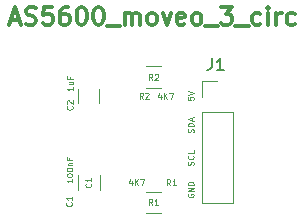
<source format=gbr>
G04 #@! TF.GenerationSoftware,KiCad,Pcbnew,5.0.1-33cea8e~68~ubuntu18.04.1*
G04 #@! TF.CreationDate,2018-11-27T18:27:31+01:00*
G04 #@! TF.ProjectId,AS5600_moveo_3_circ,4153353630305F6D6F76656F5F335F63,rev?*
G04 #@! TF.SameCoordinates,Original*
G04 #@! TF.FileFunction,Legend,Top*
G04 #@! TF.FilePolarity,Positive*
%FSLAX46Y46*%
G04 Gerber Fmt 4.6, Leading zero omitted, Abs format (unit mm)*
G04 Created by KiCad (PCBNEW 5.0.1-33cea8e~68~ubuntu18.04.1) date mar 27 nov 2018 18:27:31 CET*
%MOMM*%
%LPD*%
G01*
G04 APERTURE LIST*
%ADD10C,0.300000*%
%ADD11C,0.100000*%
%ADD12C,0.120000*%
%ADD13C,0.150000*%
G04 APERTURE END LIST*
D10*
X135779585Y-74341800D02*
X136493871Y-74341800D01*
X135636728Y-74770371D02*
X136136728Y-73270371D01*
X136636728Y-74770371D01*
X137065300Y-74698942D02*
X137279585Y-74770371D01*
X137636728Y-74770371D01*
X137779585Y-74698942D01*
X137851014Y-74627514D01*
X137922442Y-74484657D01*
X137922442Y-74341800D01*
X137851014Y-74198942D01*
X137779585Y-74127514D01*
X137636728Y-74056085D01*
X137351014Y-73984657D01*
X137208157Y-73913228D01*
X137136728Y-73841800D01*
X137065300Y-73698942D01*
X137065300Y-73556085D01*
X137136728Y-73413228D01*
X137208157Y-73341800D01*
X137351014Y-73270371D01*
X137708157Y-73270371D01*
X137922442Y-73341800D01*
X139279585Y-73270371D02*
X138565300Y-73270371D01*
X138493871Y-73984657D01*
X138565300Y-73913228D01*
X138708157Y-73841800D01*
X139065300Y-73841800D01*
X139208157Y-73913228D01*
X139279585Y-73984657D01*
X139351014Y-74127514D01*
X139351014Y-74484657D01*
X139279585Y-74627514D01*
X139208157Y-74698942D01*
X139065300Y-74770371D01*
X138708157Y-74770371D01*
X138565300Y-74698942D01*
X138493871Y-74627514D01*
X140636728Y-73270371D02*
X140351014Y-73270371D01*
X140208157Y-73341800D01*
X140136728Y-73413228D01*
X139993871Y-73627514D01*
X139922442Y-73913228D01*
X139922442Y-74484657D01*
X139993871Y-74627514D01*
X140065300Y-74698942D01*
X140208157Y-74770371D01*
X140493871Y-74770371D01*
X140636728Y-74698942D01*
X140708157Y-74627514D01*
X140779585Y-74484657D01*
X140779585Y-74127514D01*
X140708157Y-73984657D01*
X140636728Y-73913228D01*
X140493871Y-73841800D01*
X140208157Y-73841800D01*
X140065300Y-73913228D01*
X139993871Y-73984657D01*
X139922442Y-74127514D01*
X141708157Y-73270371D02*
X141851014Y-73270371D01*
X141993871Y-73341800D01*
X142065300Y-73413228D01*
X142136728Y-73556085D01*
X142208157Y-73841800D01*
X142208157Y-74198942D01*
X142136728Y-74484657D01*
X142065300Y-74627514D01*
X141993871Y-74698942D01*
X141851014Y-74770371D01*
X141708157Y-74770371D01*
X141565300Y-74698942D01*
X141493871Y-74627514D01*
X141422442Y-74484657D01*
X141351014Y-74198942D01*
X141351014Y-73841800D01*
X141422442Y-73556085D01*
X141493871Y-73413228D01*
X141565300Y-73341800D01*
X141708157Y-73270371D01*
X143136728Y-73270371D02*
X143279585Y-73270371D01*
X143422442Y-73341800D01*
X143493871Y-73413228D01*
X143565300Y-73556085D01*
X143636728Y-73841800D01*
X143636728Y-74198942D01*
X143565300Y-74484657D01*
X143493871Y-74627514D01*
X143422442Y-74698942D01*
X143279585Y-74770371D01*
X143136728Y-74770371D01*
X142993871Y-74698942D01*
X142922442Y-74627514D01*
X142851014Y-74484657D01*
X142779585Y-74198942D01*
X142779585Y-73841800D01*
X142851014Y-73556085D01*
X142922442Y-73413228D01*
X142993871Y-73341800D01*
X143136728Y-73270371D01*
X143922442Y-74913228D02*
X145065300Y-74913228D01*
X145422442Y-74770371D02*
X145422442Y-73770371D01*
X145422442Y-73913228D02*
X145493871Y-73841800D01*
X145636728Y-73770371D01*
X145851014Y-73770371D01*
X145993871Y-73841800D01*
X146065300Y-73984657D01*
X146065300Y-74770371D01*
X146065300Y-73984657D02*
X146136728Y-73841800D01*
X146279585Y-73770371D01*
X146493871Y-73770371D01*
X146636728Y-73841800D01*
X146708157Y-73984657D01*
X146708157Y-74770371D01*
X147636728Y-74770371D02*
X147493871Y-74698942D01*
X147422442Y-74627514D01*
X147351014Y-74484657D01*
X147351014Y-74056085D01*
X147422442Y-73913228D01*
X147493871Y-73841800D01*
X147636728Y-73770371D01*
X147851014Y-73770371D01*
X147993871Y-73841800D01*
X148065300Y-73913228D01*
X148136728Y-74056085D01*
X148136728Y-74484657D01*
X148065300Y-74627514D01*
X147993871Y-74698942D01*
X147851014Y-74770371D01*
X147636728Y-74770371D01*
X148636728Y-73770371D02*
X148993871Y-74770371D01*
X149351014Y-73770371D01*
X150493871Y-74698942D02*
X150351014Y-74770371D01*
X150065300Y-74770371D01*
X149922442Y-74698942D01*
X149851014Y-74556085D01*
X149851014Y-73984657D01*
X149922442Y-73841800D01*
X150065300Y-73770371D01*
X150351014Y-73770371D01*
X150493871Y-73841800D01*
X150565300Y-73984657D01*
X150565300Y-74127514D01*
X149851014Y-74270371D01*
X151422442Y-74770371D02*
X151279585Y-74698942D01*
X151208157Y-74627514D01*
X151136728Y-74484657D01*
X151136728Y-74056085D01*
X151208157Y-73913228D01*
X151279585Y-73841800D01*
X151422442Y-73770371D01*
X151636728Y-73770371D01*
X151779585Y-73841800D01*
X151851014Y-73913228D01*
X151922442Y-74056085D01*
X151922442Y-74484657D01*
X151851014Y-74627514D01*
X151779585Y-74698942D01*
X151636728Y-74770371D01*
X151422442Y-74770371D01*
X152208157Y-74913228D02*
X153351014Y-74913228D01*
X153565300Y-73270371D02*
X154493871Y-73270371D01*
X153993871Y-73841800D01*
X154208157Y-73841800D01*
X154351014Y-73913228D01*
X154422442Y-73984657D01*
X154493871Y-74127514D01*
X154493871Y-74484657D01*
X154422442Y-74627514D01*
X154351014Y-74698942D01*
X154208157Y-74770371D01*
X153779585Y-74770371D01*
X153636728Y-74698942D01*
X153565300Y-74627514D01*
X154779585Y-74913228D02*
X155922442Y-74913228D01*
X156922442Y-74698942D02*
X156779585Y-74770371D01*
X156493871Y-74770371D01*
X156351014Y-74698942D01*
X156279585Y-74627514D01*
X156208157Y-74484657D01*
X156208157Y-74056085D01*
X156279585Y-73913228D01*
X156351014Y-73841800D01*
X156493871Y-73770371D01*
X156779585Y-73770371D01*
X156922442Y-73841800D01*
X157565300Y-74770371D02*
X157565300Y-73770371D01*
X157565300Y-73270371D02*
X157493871Y-73341800D01*
X157565300Y-73413228D01*
X157636728Y-73341800D01*
X157565300Y-73270371D01*
X157565300Y-73413228D01*
X158279585Y-74770371D02*
X158279585Y-73770371D01*
X158279585Y-74056085D02*
X158351014Y-73913228D01*
X158422442Y-73841800D01*
X158565300Y-73770371D01*
X158708157Y-73770371D01*
X159851014Y-74698942D02*
X159708157Y-74770371D01*
X159422442Y-74770371D01*
X159279585Y-74698942D01*
X159208157Y-74627514D01*
X159136728Y-74484657D01*
X159136728Y-74056085D01*
X159208157Y-73913228D01*
X159279585Y-73841800D01*
X159422442Y-73770371D01*
X159708157Y-73770371D01*
X159851014Y-73841800D01*
D11*
X151256180Y-83893742D02*
X151279990Y-83822314D01*
X151279990Y-83703266D01*
X151256180Y-83655647D01*
X151232371Y-83631838D01*
X151184752Y-83608028D01*
X151137133Y-83608028D01*
X151089514Y-83631838D01*
X151065704Y-83655647D01*
X151041895Y-83703266D01*
X151018085Y-83798504D01*
X150994276Y-83846123D01*
X150970466Y-83869933D01*
X150922847Y-83893742D01*
X150875228Y-83893742D01*
X150827609Y-83869933D01*
X150803800Y-83846123D01*
X150779990Y-83798504D01*
X150779990Y-83679457D01*
X150803800Y-83608028D01*
X151279990Y-83393742D02*
X150779990Y-83393742D01*
X150779990Y-83274695D01*
X150803800Y-83203266D01*
X150851419Y-83155647D01*
X150899038Y-83131838D01*
X150994276Y-83108028D01*
X151065704Y-83108028D01*
X151160942Y-83131838D01*
X151208561Y-83155647D01*
X151256180Y-83203266D01*
X151279990Y-83274695D01*
X151279990Y-83393742D01*
X151137133Y-82917552D02*
X151137133Y-82679457D01*
X151279990Y-82965171D02*
X150779990Y-82798504D01*
X151279990Y-82631838D01*
X151256180Y-86650438D02*
X151279990Y-86579009D01*
X151279990Y-86459961D01*
X151256180Y-86412342D01*
X151232371Y-86388533D01*
X151184752Y-86364723D01*
X151137133Y-86364723D01*
X151089514Y-86388533D01*
X151065704Y-86412342D01*
X151041895Y-86459961D01*
X151018085Y-86555200D01*
X150994276Y-86602819D01*
X150970466Y-86626628D01*
X150922847Y-86650438D01*
X150875228Y-86650438D01*
X150827609Y-86626628D01*
X150803800Y-86602819D01*
X150779990Y-86555200D01*
X150779990Y-86436152D01*
X150803800Y-86364723D01*
X151232371Y-85864723D02*
X151256180Y-85888533D01*
X151279990Y-85959961D01*
X151279990Y-86007580D01*
X151256180Y-86079009D01*
X151208561Y-86126628D01*
X151160942Y-86150438D01*
X151065704Y-86174247D01*
X150994276Y-86174247D01*
X150899038Y-86150438D01*
X150851419Y-86126628D01*
X150803800Y-86079009D01*
X150779990Y-86007580D01*
X150779990Y-85959961D01*
X150803800Y-85888533D01*
X150827609Y-85864723D01*
X151279990Y-85412342D02*
X151279990Y-85650438D01*
X150779990Y-85650438D01*
X150803800Y-89103152D02*
X150779990Y-89150771D01*
X150779990Y-89222200D01*
X150803800Y-89293628D01*
X150851419Y-89341247D01*
X150899038Y-89365057D01*
X150994276Y-89388866D01*
X151065704Y-89388866D01*
X151160942Y-89365057D01*
X151208561Y-89341247D01*
X151256180Y-89293628D01*
X151279990Y-89222200D01*
X151279990Y-89174580D01*
X151256180Y-89103152D01*
X151232371Y-89079342D01*
X151065704Y-89079342D01*
X151065704Y-89174580D01*
X151279990Y-88865057D02*
X150779990Y-88865057D01*
X151279990Y-88579342D01*
X150779990Y-88579342D01*
X151279990Y-88341247D02*
X150779990Y-88341247D01*
X150779990Y-88222200D01*
X150803800Y-88150771D01*
X150851419Y-88103152D01*
X150899038Y-88079342D01*
X150994276Y-88055533D01*
X151065704Y-88055533D01*
X151160942Y-88079342D01*
X151208561Y-88103152D01*
X151256180Y-88150771D01*
X151279990Y-88222200D01*
X151279990Y-88341247D01*
X150779990Y-80892638D02*
X150779990Y-81130733D01*
X151018085Y-81154542D01*
X150994276Y-81130733D01*
X150970466Y-81083114D01*
X150970466Y-80964066D01*
X150994276Y-80916447D01*
X151018085Y-80892638D01*
X151065704Y-80868828D01*
X151184752Y-80868828D01*
X151232371Y-80892638D01*
X151256180Y-80916447D01*
X151279990Y-80964066D01*
X151279990Y-81083114D01*
X151256180Y-81130733D01*
X151232371Y-81154542D01*
X150779990Y-80725971D02*
X151279990Y-80559304D01*
X150779990Y-80392638D01*
D12*
G04 #@! TO.C,C1*
X141507800Y-87539036D02*
X141507800Y-88743164D01*
X143327800Y-87539036D02*
X143327800Y-88743164D01*
G04 #@! TO.C,C2*
X143289700Y-81439164D02*
X143289700Y-80235036D01*
X141469700Y-81439164D02*
X141469700Y-80235036D01*
G04 #@! TO.C,J1*
X151946300Y-89836300D02*
X154606300Y-89836300D01*
X151946300Y-82156300D02*
X151946300Y-89836300D01*
X154606300Y-82156300D02*
X154606300Y-89836300D01*
X151946300Y-82156300D02*
X154606300Y-82156300D01*
X151946300Y-80886300D02*
X151946300Y-79556300D01*
X151946300Y-79556300D02*
X153276300Y-79556300D01*
G04 #@! TO.C,R1*
X147264036Y-90724400D02*
X148468164Y-90724400D01*
X147264036Y-88904400D02*
X148468164Y-88904400D01*
G04 #@! TO.C,R2*
X148468164Y-78312600D02*
X147264036Y-78312600D01*
X148468164Y-80132600D02*
X147264036Y-80132600D01*
G04 #@! TO.C,C1*
D11*
X142558271Y-88221333D02*
X142582080Y-88245142D01*
X142605890Y-88316571D01*
X142605890Y-88364190D01*
X142582080Y-88435619D01*
X142534461Y-88483238D01*
X142486842Y-88507047D01*
X142391604Y-88530857D01*
X142320176Y-88530857D01*
X142224938Y-88507047D01*
X142177319Y-88483238D01*
X142129700Y-88435619D01*
X142105890Y-88364190D01*
X142105890Y-88316571D01*
X142129700Y-88245142D01*
X142153509Y-88221333D01*
X142605890Y-87745142D02*
X142605890Y-88030857D01*
X142605890Y-87888000D02*
X142105890Y-87888000D01*
X142177319Y-87935619D01*
X142224938Y-87983238D01*
X142248747Y-88030857D01*
X141005690Y-87845009D02*
X141005690Y-88130723D01*
X141005690Y-87987866D02*
X140505690Y-87987866D01*
X140577119Y-88035485D01*
X140624738Y-88083104D01*
X140648547Y-88130723D01*
X140505690Y-87535485D02*
X140505690Y-87487866D01*
X140529500Y-87440247D01*
X140553309Y-87416438D01*
X140600928Y-87392628D01*
X140696166Y-87368819D01*
X140815214Y-87368819D01*
X140910452Y-87392628D01*
X140958071Y-87416438D01*
X140981880Y-87440247D01*
X141005690Y-87487866D01*
X141005690Y-87535485D01*
X140981880Y-87583104D01*
X140958071Y-87606914D01*
X140910452Y-87630723D01*
X140815214Y-87654533D01*
X140696166Y-87654533D01*
X140600928Y-87630723D01*
X140553309Y-87606914D01*
X140529500Y-87583104D01*
X140505690Y-87535485D01*
X140505690Y-87059295D02*
X140505690Y-87011676D01*
X140529500Y-86964057D01*
X140553309Y-86940247D01*
X140600928Y-86916438D01*
X140696166Y-86892628D01*
X140815214Y-86892628D01*
X140910452Y-86916438D01*
X140958071Y-86940247D01*
X140981880Y-86964057D01*
X141005690Y-87011676D01*
X141005690Y-87059295D01*
X140981880Y-87106914D01*
X140958071Y-87130723D01*
X140910452Y-87154533D01*
X140815214Y-87178342D01*
X140696166Y-87178342D01*
X140600928Y-87154533D01*
X140553309Y-87130723D01*
X140529500Y-87106914D01*
X140505690Y-87059295D01*
X140672357Y-86678342D02*
X141005690Y-86678342D01*
X140719976Y-86678342D02*
X140696166Y-86654533D01*
X140672357Y-86606914D01*
X140672357Y-86535485D01*
X140696166Y-86487866D01*
X140743785Y-86464057D01*
X141005690Y-86464057D01*
X140743785Y-86059295D02*
X140743785Y-86225961D01*
X141005690Y-86225961D02*
X140505690Y-86225961D01*
X140505690Y-85987866D01*
X140919971Y-89808833D02*
X140943780Y-89832642D01*
X140967590Y-89904071D01*
X140967590Y-89951690D01*
X140943780Y-90023119D01*
X140896161Y-90070738D01*
X140848542Y-90094547D01*
X140753304Y-90118357D01*
X140681876Y-90118357D01*
X140586638Y-90094547D01*
X140539019Y-90070738D01*
X140491400Y-90023119D01*
X140467590Y-89951690D01*
X140467590Y-89904071D01*
X140491400Y-89832642D01*
X140515209Y-89808833D01*
X140967590Y-89332642D02*
X140967590Y-89618357D01*
X140967590Y-89475500D02*
X140467590Y-89475500D01*
X140539019Y-89523119D01*
X140586638Y-89570738D01*
X140610447Y-89618357D01*
G04 #@! TO.C,C2*
X140983471Y-81667433D02*
X141007280Y-81691242D01*
X141031090Y-81762671D01*
X141031090Y-81810290D01*
X141007280Y-81881719D01*
X140959661Y-81929338D01*
X140912042Y-81953147D01*
X140816804Y-81976957D01*
X140745376Y-81976957D01*
X140650138Y-81953147D01*
X140602519Y-81929338D01*
X140554900Y-81881719D01*
X140531090Y-81810290D01*
X140531090Y-81762671D01*
X140554900Y-81691242D01*
X140578709Y-81667433D01*
X140578709Y-81476957D02*
X140554900Y-81453147D01*
X140531090Y-81405528D01*
X140531090Y-81286480D01*
X140554900Y-81238861D01*
X140578709Y-81215052D01*
X140626328Y-81191242D01*
X140673947Y-81191242D01*
X140745376Y-81215052D01*
X141031090Y-81500766D01*
X141031090Y-81191242D01*
X141043790Y-80040219D02*
X141043790Y-80325933D01*
X141043790Y-80183076D02*
X140543790Y-80183076D01*
X140615219Y-80230695D01*
X140662838Y-80278314D01*
X140686647Y-80325933D01*
X140710457Y-79611647D02*
X141043790Y-79611647D01*
X140710457Y-79825933D02*
X140972361Y-79825933D01*
X141019980Y-79802123D01*
X141043790Y-79754504D01*
X141043790Y-79683076D01*
X141019980Y-79635457D01*
X140996171Y-79611647D01*
X140781885Y-79206885D02*
X140781885Y-79373552D01*
X141043790Y-79373552D02*
X140543790Y-79373552D01*
X140543790Y-79135457D01*
G04 #@! TO.C,J1*
D13*
X152803266Y-77608180D02*
X152803266Y-78322466D01*
X152755647Y-78465323D01*
X152660409Y-78560561D01*
X152517552Y-78608180D01*
X152422314Y-78608180D01*
X153803266Y-78608180D02*
X153231838Y-78608180D01*
X153517552Y-78608180D02*
X153517552Y-77608180D01*
X153422314Y-77751038D01*
X153327076Y-77846276D01*
X153231838Y-77893895D01*
G04 #@! TO.C,R1*
D11*
X149294066Y-88376890D02*
X149127400Y-88138795D01*
X149008352Y-88376890D02*
X149008352Y-87876890D01*
X149198828Y-87876890D01*
X149246447Y-87900700D01*
X149270257Y-87924509D01*
X149294066Y-87972128D01*
X149294066Y-88043557D01*
X149270257Y-88091176D01*
X149246447Y-88114985D01*
X149198828Y-88138795D01*
X149008352Y-88138795D01*
X149770257Y-88376890D02*
X149484542Y-88376890D01*
X149627400Y-88376890D02*
X149627400Y-87876890D01*
X149579780Y-87948319D01*
X149532161Y-87995938D01*
X149484542Y-88019747D01*
X146038142Y-88043557D02*
X146038142Y-88376890D01*
X145919095Y-87853080D02*
X145800047Y-88210223D01*
X146109571Y-88210223D01*
X146300047Y-88376890D02*
X146300047Y-87876890D01*
X146585761Y-88376890D02*
X146371476Y-88091176D01*
X146585761Y-87876890D02*
X146300047Y-88162604D01*
X146752428Y-87876890D02*
X147085761Y-87876890D01*
X146871476Y-88376890D01*
X147782766Y-90040590D02*
X147616100Y-89802495D01*
X147497052Y-90040590D02*
X147497052Y-89540590D01*
X147687528Y-89540590D01*
X147735147Y-89564400D01*
X147758957Y-89588209D01*
X147782766Y-89635828D01*
X147782766Y-89707257D01*
X147758957Y-89754876D01*
X147735147Y-89778685D01*
X147687528Y-89802495D01*
X147497052Y-89802495D01*
X148258957Y-90040590D02*
X147973242Y-90040590D01*
X148116100Y-90040590D02*
X148116100Y-89540590D01*
X148068480Y-89612019D01*
X148020861Y-89659638D01*
X147973242Y-89683447D01*
G04 #@! TO.C,R2*
X146984966Y-81036290D02*
X146818300Y-80798195D01*
X146699252Y-81036290D02*
X146699252Y-80536290D01*
X146889728Y-80536290D01*
X146937347Y-80560100D01*
X146961157Y-80583909D01*
X146984966Y-80631528D01*
X146984966Y-80702957D01*
X146961157Y-80750576D01*
X146937347Y-80774385D01*
X146889728Y-80798195D01*
X146699252Y-80798195D01*
X147175442Y-80583909D02*
X147199252Y-80560100D01*
X147246871Y-80536290D01*
X147365919Y-80536290D01*
X147413538Y-80560100D01*
X147437347Y-80583909D01*
X147461157Y-80631528D01*
X147461157Y-80679147D01*
X147437347Y-80750576D01*
X147151633Y-81036290D01*
X147461157Y-81036290D01*
X148478842Y-80728357D02*
X148478842Y-81061690D01*
X148359795Y-80537880D02*
X148240747Y-80895023D01*
X148550271Y-80895023D01*
X148740747Y-81061690D02*
X148740747Y-80561690D01*
X149026461Y-81061690D02*
X148812176Y-80775976D01*
X149026461Y-80561690D02*
X148740747Y-80847404D01*
X149193128Y-80561690D02*
X149526461Y-80561690D01*
X149312176Y-81061690D01*
X147782766Y-79448790D02*
X147616100Y-79210695D01*
X147497052Y-79448790D02*
X147497052Y-78948790D01*
X147687528Y-78948790D01*
X147735147Y-78972600D01*
X147758957Y-78996409D01*
X147782766Y-79044028D01*
X147782766Y-79115457D01*
X147758957Y-79163076D01*
X147735147Y-79186885D01*
X147687528Y-79210695D01*
X147497052Y-79210695D01*
X147973242Y-78996409D02*
X147997052Y-78972600D01*
X148044671Y-78948790D01*
X148163719Y-78948790D01*
X148211338Y-78972600D01*
X148235147Y-78996409D01*
X148258957Y-79044028D01*
X148258957Y-79091647D01*
X148235147Y-79163076D01*
X147949433Y-79448790D01*
X148258957Y-79448790D01*
G04 #@! TD*
M02*

</source>
